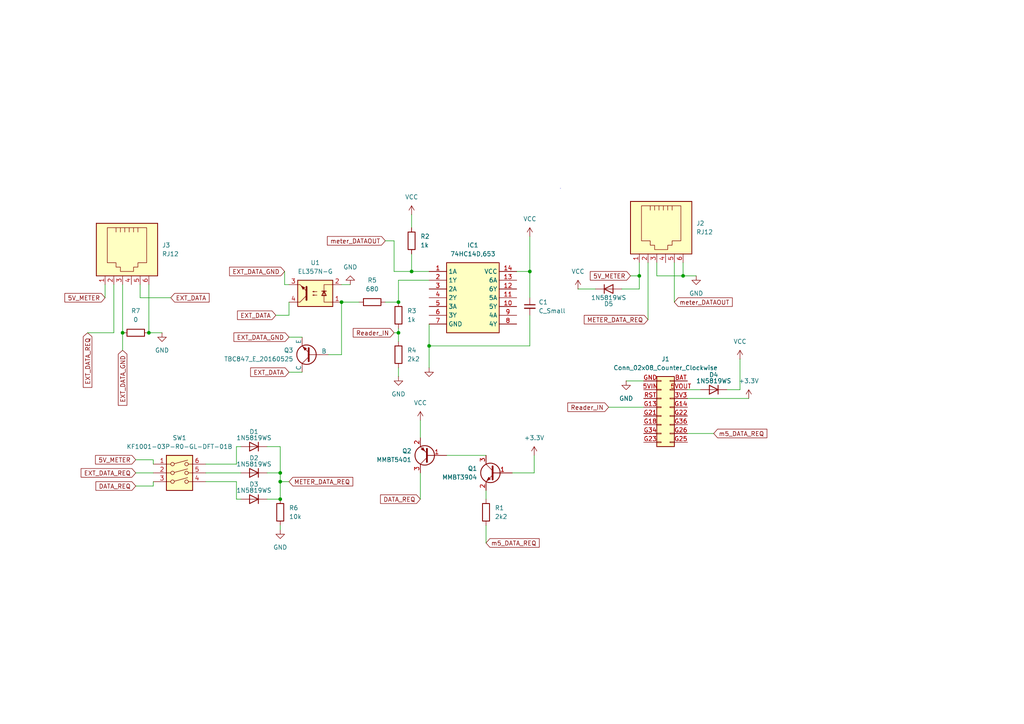
<source format=kicad_sch>
(kicad_sch (version 20231120) (generator "eeschema") (generator_version "8.0")
  (paper "A4")
  (lib_symbols
    (symbol "74HC14D_653:74HC14D,653"
      (property "Reference" "IC" (at 21.59 7.62 0))
      (property "Value" "74HC14D,653" (at 21.59 5.08 0))
      (symbol "74HC14D,653_1_1"
        (rectangle (start 5.08 2.54) (end 20.32 -17.78) (stroke (width 0.254)) (fill (type background)))
        (pin passive line (at 0 0 0) (length 5.08) (name "1A") (number "1"))
        (pin passive line (at 25.4 -10.16 180) (length 5.08) (name "5Y") (number "10"))
        (pin passive line (at 25.4 -7.62 180) (length 5.08) (name "5A") (number "11"))
        (pin passive line (at 25.4 -5.08 180) (length 5.08) (name "6Y") (number "12"))
        (pin passive line (at 25.4 -2.54 180) (length 5.08) (name "6A") (number "13"))
        (pin passive line (at 25.4 0 180) (length 5.08) (name "VCC") (number "14"))
        (pin passive line (at 0 -2.54 0) (length 5.08) (name "1Y") (number "2"))
        (pin passive line (at 0 -5.08 0) (length 5.08) (name "2A") (number "3"))
        (pin passive line (at 0 -7.62 0) (length 5.08) (name "2Y") (number "4"))
        (pin passive line (at 0 -10.16 0) (length 5.08) (name "3A") (number "5"))
        (pin passive line (at 0 -12.7 0) (length 5.08) (name "3Y") (number "6"))
        (pin passive line (at 0 -15.24 0) (length 5.08) (name "GND") (number "7"))
        (pin passive line (at 25.4 -15.24 180) (length 5.08) (name "4Y") (number "8"))
        (pin passive line (at 25.4 -12.7 180) (length 5.08) (name "4A") (number "9"))
      )
    )
    (symbol "Connector:RJ12" (pin_names (offset 1.016))
      (property "Reference" "J" (at -5.08 11.43 0))
      (property "Value" "RJ12" (at 2.54 11.43 0))
      (symbol "RJ12_0_1"
        (polyline (pts (xy -6.35 -1.905) (xy -5.08 -1.905) (xy -5.08 -1.905)))
        (polyline (pts (xy -6.35 -0.635) (xy -5.08 -0.635) (xy -5.08 -0.635)))
        (polyline (pts (xy -6.35 0.635) (xy -5.08 0.635) (xy -5.08 0.635)))
        (polyline (pts (xy -6.35 1.905) (xy -5.08 1.905) (xy -5.08 1.905)))
        (polyline (pts (xy -6.35 3.175) (xy -5.08 3.175) (xy -5.08 3.175)))
        (polyline (pts (xy -5.08 4.445) (xy -6.35 4.445) (xy -6.35 4.445)))
        (polyline (pts (xy -6.35 -4.445) (xy -6.35 6.985) (xy 3.81 6.985) (xy 3.81 4.445) (xy 5.08 4.445) (xy 5.08 3.175) (xy 6.35 3.175) (xy 6.35 -0.635) (xy 5.08 -0.635) (xy 5.08 -1.905) (xy 3.81 -1.905) (xy 3.81 -4.445) (xy -6.35 -4.445) (xy -6.35 -4.445)))
        (rectangle (start 7.62 10.16) (end -7.62 -7.62) (stroke (width 0.254)) (fill (type background)))
      )
      (symbol "RJ12_1_1"
        (pin passive line (at 10.16 -5.08 180) (length 2.54) (name "~") (number "1"))
        (pin passive line (at 10.16 -2.54 180) (length 2.54) (name "~") (number "2"))
        (pin passive line (at 10.16 0 180) (length 2.54) (name "~") (number "3"))
        (pin passive line (at 10.16 2.54 180) (length 2.54) (name "~") (number "4"))
        (pin passive line (at 10.16 5.08 180) (length 2.54) (name "~") (number "5"))
        (pin passive line (at 10.16 7.62 180) (length 2.54) (name "~") (number "6"))
      )
    )
    (symbol "Connector_Generic:Conn_02x08_Counter_Clockwise" (pin_names (offset 1.016) hide)
      (property "Reference" "J1" (at 1.27 13.97 0))
      (property "Value" "Conn_02x08_Counter_Clockwise" (at 1.27 11.43 0))
      (symbol "Conn_02x08_Counter_Clockwise_1_1"
        (rectangle (start -1.27 -10.033) (end 0 -10.287) (stroke (width 0.1524)))
        (rectangle (start -1.27 -7.493) (end 0 -7.747) (stroke (width 0.1524)))
        (rectangle (start -1.27 -4.953) (end 0 -5.207) (stroke (width 0.1524)))
        (rectangle (start -1.27 -2.413) (end 0 -2.667) (stroke (width 0.1524)))
        (rectangle (start -1.27 0.127) (end 0 -0.127) (stroke (width 0.1524)))
        (rectangle (start -1.27 2.667) (end 0 2.413) (stroke (width 0.1524)))
        (rectangle (start -1.27 5.207) (end 0 4.953) (stroke (width 0.1524)))
        (rectangle (start -1.27 7.747) (end 0 7.493) (stroke (width 0.1524)))
        (rectangle (start -1.27 8.89) (end 3.81 -11.43) (stroke (width 0.254)) (fill (type background)))
        (rectangle (start 3.81 -10.033) (end 2.54 -10.287) (stroke (width 0.1524)))
        (rectangle (start 3.81 -7.493) (end 2.54 -7.747) (stroke (width 0.1524)))
        (rectangle (start 3.81 -4.953) (end 2.54 -5.207) (stroke (width 0.1524)))
        (rectangle (start 3.81 -2.413) (end 2.54 -2.667) (stroke (width 0.1524)))
        (rectangle (start 3.81 0.127) (end 2.54 -0.127) (stroke (width 0.1524)))
        (rectangle (start 3.81 2.667) (end 2.54 2.413) (stroke (width 0.1524)))
        (rectangle (start 3.81 5.207) (end 2.54 4.953) (stroke (width 0.1524)))
        (rectangle (start 3.81 7.747) (end 2.54 7.493) (stroke (width 0.1524)))
        (pin passive line (at 7.62 2.54 180) (length 3.81) (name "Pin_14") (number "3V3"))
        (pin passive line (at -5.08 5.08 0) (length 3.81) (name "Pin_2") (number "5VIN"))
        (pin passive line (at 7.62 5.08 180) (length 3.81) (name "Pin_15") (number "5VOUT"))
        (pin passive line (at 7.62 7.62 180) (length 3.81) (name "Pin_16") (number "BAT"))
        (pin passive line (at -5.08 0 0) (length 3.81) (name "Pin_4") (number "G13"))
        (pin passive line (at 7.62 0 180) (length 3.81) (name "Pin_13") (number "G14"))
        (pin passive line (at -5.08 -5.08 0) (length 3.81) (name "Pin_6") (number "G18"))
        (pin passive line (at -5.08 -2.54 0) (length 3.81) (name "Pin_5") (number "G21"))
        (pin passive line (at 7.62 -2.54 180) (length 3.81) (name "Pin_12") (number "G22"))
        (pin passive line (at -5.08 -10.16 0) (length 3.81) (name "Pin_8") (number "G23"))
        (pin passive line (at 7.62 -10.16 180) (length 3.81) (name "Pin_9") (number "G25"))
        (pin passive line (at 7.62 -7.62 180) (length 3.81) (name "Pin_10") (number "G26"))
        (pin passive line (at -5.08 -7.62 0) (length 3.81) (name "Pin_7") (number "G34"))
        (pin passive line (at 7.62 -5.08 180) (length 3.81) (name "Pin_11") (number "G36"))
        (pin passive line (at -5.08 7.62 0) (length 3.81) (name "Pin_1") (number "GND"))
        (pin passive line (at -5.08 2.54 0) (length 3.81) (name "Pin_3") (number "RST"))
      )
    )
    (symbol "Device:C_Small" (pin_numbers hide) (pin_names (offset 0.254) hide)
      (property "Reference" "C" (at 0.254 1.778 0))
      (property "Value" "C_Small" (at 0.254 -2.032 0))
      (symbol "C_Small_0_1"
        (polyline (pts (xy -1.524 -0.508) (xy 1.524 -0.508)) (stroke (width 0.3302)))
        (polyline (pts (xy -1.524 0.508) (xy 1.524 0.508)) (stroke (width 0.3048)))
      )
      (symbol "C_Small_1_1"
        (pin passive line (at 0 2.54 270) (length 2.032) (name "~") (number "1"))
        (pin passive line (at 0 -2.54 90) (length 2.032) (name "~") (number "2"))
      )
    )
    (symbol "Device:R" (pin_numbers hide) (pin_names (offset 0))
      (property "Reference" "R" (at 2.032 0 90))
      (property "Value" "R" (at 0 0 90))
      (symbol "R_0_1"
        (rectangle (start -1.016 -2.54) (end 1.016 2.54) (stroke (width 0.254)))
      )
      (symbol "R_1_1"
        (pin passive line (at 0 3.81 270) (length 1.27) (name "~") (number "1"))
        (pin passive line (at 0 -3.81 90) (length 1.27) (name "~") (number "2"))
      )
    )
    (symbol "Diode:1N4148WT" (pin_numbers hide) (pin_names hide)
      (property "Reference" "D" (at 0 2.54 0))
      (property "Value" "1N4148WT" (at 0 -2.54 0))
      (symbol "1N4148WT_0_1"
        (polyline (pts (xy -1.27 1.27) (xy -1.27 -1.27)) (stroke (width 0.254)))
        (polyline (pts (xy 1.27 0) (xy -1.27 0)))
        (polyline (pts (xy 1.27 1.27) (xy 1.27 -1.27) (xy -1.27 0) (xy 1.27 1.27)) (stroke (width 0.254)))
      )
      (symbol "1N4148WT_1_1"
        (pin passive line (at -3.81 0 0) (length 2.54) (name "K") (number "1"))
        (pin passive line (at 3.81 0 180) (length 2.54) (name "A") (number "2"))
      )
    )
    (symbol "Isolator:EL817" (pin_names (offset 1.016))
      (property "Reference" "U" (at -5.08 5.08 0))
      (property "Value" "EL817" (at 0 5.08 0))
      (symbol "EL817_0_1"
        (rectangle (start -5.08 3.81) (end 5.08 -3.81) (stroke (width 0.254)) (fill (type background)))
        (polyline (pts (xy -3.175 -0.635) (xy -1.905 -0.635)) (stroke (width 0.254)))
        (polyline (pts (xy 2.54 0.635) (xy 4.445 2.54)))
        (polyline (pts (xy 4.445 -2.54) (xy 2.54 -0.635)) (fill (type outline)))
        (polyline (pts (xy 4.445 -2.54) (xy 5.08 -2.54)))
        (polyline (pts (xy 4.445 2.54) (xy 5.08 2.54)))
        (polyline (pts (xy -5.08 2.54) (xy -2.54 2.54) (xy -2.54 -0.635)))
        (polyline (pts (xy -2.54 -0.635) (xy -2.54 -2.54) (xy -5.08 -2.54)))
        (polyline (pts (xy 2.54 1.905) (xy 2.54 -1.905) (xy 2.54 -1.905)) (stroke (width 0.508)))
        (polyline (pts (xy -2.54 -0.635) (xy -3.175 0.635) (xy -1.905 0.635) (xy -2.54 -0.635)) (stroke (width 0.254)))
        (polyline (pts (xy -0.508 -0.508) (xy 0.762 -0.508) (xy 0.381 -0.635) (xy 0.381 -0.381) (xy 0.762 -0.508)))
        (polyline (pts (xy -0.508 0.508) (xy 0.762 0.508) (xy 0.381 0.381) (xy 0.381 0.635) (xy 0.762 0.508)))
        (polyline (pts (xy 3.048 -1.651) (xy 3.556 -1.143) (xy 4.064 -2.159) (xy 3.048 -1.651) (xy 3.048 -1.651)) (fill (type outline)))
      )
      (symbol "EL817_1_1"
        (pin passive line (at -7.62 2.54 0) (length 2.54) (name "~") (number "1"))
        (pin passive line (at -7.62 -2.54 0) (length 2.54) (name "~") (number "2"))
        (pin passive line (at 7.62 -2.54 180) (length 2.54) (name "~") (number "3"))
        (pin passive line (at 7.62 2.54 180) (length 2.54) (name "~") (number "4"))
      )
    )
    (symbol "Simulation_SPICE:NPN" (pin_numbers hide) (pin_names (offset 0))
      (property "Reference" "Q" (at -2.54 7.62 0))
      (property "Value" "NPN" (at -2.54 5.08 0))
      (symbol "NPN_0_1"
        (polyline (pts (xy -2.54 0) (xy 0.635 0)) (stroke (width 0.1524)))
        (polyline (pts (xy 0.635 0.635) (xy 2.54 2.54)))
        (polyline (pts (xy 2.794 -1.27) (xy 2.794 -1.27)) (stroke (width 0.1524)))
        (polyline (pts (xy 2.794 -1.27) (xy 2.794 -1.27)) (stroke (width 0.1524)))
        (polyline (pts (xy 0.635 -0.635) (xy 2.54 -2.54) (xy 2.54 -2.54)))
        (polyline (pts (xy 0.635 1.905) (xy 0.635 -1.905) (xy 0.635 -1.905)) (stroke (width 0.508)))
        (polyline (pts (xy 1.27 -1.778) (xy 1.778 -1.27) (xy 2.286 -2.286) (xy 1.27 -1.778) (xy 1.27 -1.778)) (fill (type outline)))
        (circle (center 1.27 0) (radius 2.8194) (stroke (width 0.254)))
      )
      (symbol "NPN_1_1"
        (pin open_collector line (at 2.54 5.08 270) (length 2.54) (name "C") (number "1"))
        (pin input line (at -5.08 0 0) (length 2.54) (name "B") (number "2"))
        (pin open_emitter line (at 2.54 -5.08 90) (length 2.54) (name "E") (number "3"))
      )
    )
    (symbol "Switch:SW_DIP_x03" (pin_names (offset 0) hide)
      (property "Reference" "SW" (at 0 6.35 0))
      (property "Value" "SW_DIP_x03" (at 0 -6.35 0))
      (symbol "SW_DIP_x03_0_0"
        (circle (center -2.032 -2.54) (radius 0.508))
        (circle (center -2.032 0) (radius 0.508))
        (circle (center -2.032 2.54) (radius 0.508))
        (polyline (pts (xy -1.524 -2.413) (xy 2.3622 -1.3716)))
        (polyline (pts (xy -1.524 0.127) (xy 2.3622 1.1684)))
        (polyline (pts (xy -1.524 2.667) (xy 2.3622 3.7084)))
        (circle (center 2.032 -2.54) (radius 0.508))
        (circle (center 2.032 0) (radius 0.508))
        (circle (center 2.032 2.54) (radius 0.508))
      )
      (symbol "SW_DIP_x03_0_1"
        (rectangle (start -3.81 5.08) (end 3.81 -5.08) (stroke (width 0.254)) (fill (type background)))
      )
      (symbol "SW_DIP_x03_1_1"
        (pin passive line (at -7.62 2.54 0) (length 5.08) (name "~") (number "1"))
        (pin passive line (at -7.62 0 0) (length 5.08) (name "~") (number "2"))
        (pin passive line (at -7.62 -2.54 0) (length 5.08) (name "~") (number "3"))
        (pin passive line (at 7.62 -2.54 180) (length 5.08) (name "~") (number "4"))
        (pin passive line (at 7.62 0 180) (length 5.08) (name "~") (number "5"))
        (pin passive line (at 7.62 2.54 180) (length 5.08) (name "~") (number "6"))
      )
    )
    (symbol "Transistor_BJT:BC807" (pin_names (offset 0) hide)
      (property "Reference" "Q" (at 5.08 1.905 0))
      (property "Value" "BC807" (at 5.08 0 0))
      (symbol "BC807_0_1"
        (polyline (pts (xy 0.635 0.635) (xy 2.54 2.54)))
        (polyline (pts (xy 0.635 -0.635) (xy 2.54 -2.54) (xy 2.54 -2.54)))
        (polyline (pts (xy 0.635 1.905) (xy 0.635 -1.905) (xy 0.635 -1.905)) (stroke (width 0.508)))
        (polyline (pts (xy 2.286 -1.778) (xy 1.778 -2.286) (xy 1.27 -1.27) (xy 2.286 -1.778) (xy 2.286 -1.778)) (fill (type outline)))
        (circle (center 1.27 0) (radius 2.8194) (stroke (width 0.254)))
      )
      (symbol "BC807_1_1"
        (pin input line (at -5.08 0 0) (length 5.715) (name "B") (number "1"))
        (pin passive line (at 2.54 -5.08 90) (length 2.54) (name "E") (number "2"))
        (pin passive line (at 2.54 5.08 270) (length 2.54) (name "C") (number "3"))
      )
    )
    (symbol "Transistor_BJT:MMBT3904" (pin_names (offset 0) hide)
      (property "Reference" "Q" (at 5.08 1.905 0))
      (property "Value" "MMBT3904" (at 5.08 0 0))
      (symbol "MMBT3904_0_1"
        (polyline (pts (xy 0.635 0.635) (xy 2.54 2.54)))
        (polyline (pts (xy 0.635 -0.635) (xy 2.54 -2.54) (xy 2.54 -2.54)))
        (polyline (pts (xy 0.635 1.905) (xy 0.635 -1.905) (xy 0.635 -1.905)) (stroke (width 0.508)))
        (polyline (pts (xy 1.27 -1.778) (xy 1.778 -1.27) (xy 2.286 -2.286) (xy 1.27 -1.778) (xy 1.27 -1.778)) (fill (type outline)))
        (circle (center 1.27 0) (radius 2.8194) (stroke (width 0.254)))
      )
      (symbol "MMBT3904_1_1"
        (pin input line (at -5.08 0 0) (length 5.715) (name "B") (number "1"))
        (pin passive line (at 2.54 -5.08 90) (length 2.54) (name "E") (number "2"))
        (pin passive line (at 2.54 5.08 270) (length 2.54) (name "C") (number "3"))
      )
    )
    (symbol "power:+3.3V" (power) (pin_numbers hide) (pin_names (offset 0) hide)
      (property "Value" "+3.3V" (at 0 3.556 0))
      (symbol "+3.3V_0_1"
        (polyline (pts (xy -0.762 1.27) (xy 0 2.54)))
        (polyline (pts (xy 0 0) (xy 0 2.54)))
        (polyline (pts (xy 0 2.54) (xy 0.762 1.27)))
      )
      (symbol "+3.3V_1_1"
        (pin power_in line (at 0 0 90) (length 0) (name "~") (number "1"))
      )
    )
    (symbol "power:GND" (power) (pin_numbers hide) (pin_names (offset 0) hide)
      (property "Value" "GND" (at 0 -3.81 0))
      (symbol "GND_0_1"
        (polyline (pts (xy 0 0) (xy 0 -1.27) (xy 1.27 -1.27) (xy 0 -2.54) (xy -1.27 -1.27) (xy 0 -1.27)))
      )
      (symbol "GND_1_1"
        (pin power_in line (at 0 0 270) (length 0) (name "~") (number "1"))
      )
    )
    (symbol "power:VCC" (power) (pin_numbers hide) (pin_names (offset 0) hide)
      (property "Value" "VCC" (at 0 3.556 0))
      (symbol "VCC_0_1"
        (polyline (pts (xy -0.762 1.27) (xy 0 2.54)))
        (polyline (pts (xy 0 0) (xy 0 2.54)))
        (polyline (pts (xy 0 2.54) (xy 0.762 1.27)))
      )
      (symbol "VCC_1_1"
        (pin power_in line (at 0 0 90) (length 0) (name "~") (number "1"))
      )
    )
  )
  (junction (at 115.57 96.52))
  (junction (at 81.28 144.78))
  (junction (at 99.06 87.63))
  (junction (at 119.38 78.74))
  (junction (at 185.42 80.01))
  (junction (at 81.28 137.16))
  (junction (at 153.67 78.74))
  (junction (at 35.56 96.52))
  (junction (at 124.46 100.33))
  (junction (at 115.57 87.63))
  (junction (at 81.28 139.7))
  (junction (at 198.12 80.01))
  (junction (at 43.18 96.52))
  (wire (pts (xy 68.58 129.54) (xy 68.58 134.62)))
  (wire (pts (xy 81.28 152.4) (xy 81.28 153.67)))
  (wire (pts (xy 46.99 96.52) (xy 43.18 96.52)))
  (wire (pts (xy 49.53 86.36) (xy 40.64 86.36)))
  (wire (pts (xy 83.82 82.55) (xy 82.55 82.55)))
  (wire (pts (xy 101.6 82.55) (xy 99.06 82.55)))
  (wire (pts (xy 80.01 91.44) (xy 83.82 91.44)))
  (wire (pts (xy 121.92 137.16) (xy 121.92 144.78)))
  (wire (pts (xy 25.4 96.52) (xy 33.02 96.52)))
  (wire (pts (xy 81.28 139.7) (xy 81.28 144.78)))
  (wire (pts (xy 187.96 76.2) (xy 187.96 92.71)))
  (wire (pts (xy 154.94 137.16) (xy 148.59 137.16)))
  (wire (pts (xy 115.57 81.28) (xy 115.57 87.63)))
  (wire (pts (xy 39.37 137.16) (xy 44.45 137.16)))
  (wire (pts (xy 59.69 137.16) (xy 69.85 137.16)))
  (wire (pts (xy 190.5 80.01) (xy 198.12 80.01)))
  (wire (pts (xy 153.67 68.58) (xy 153.67 78.74)))
  (wire (pts (xy 35.56 96.52) (xy 35.56 101.6)))
  (wire (pts (xy 81.28 139.7) (xy 83.82 139.7)))
  (wire (pts (xy 44.45 133.35) (xy 44.45 134.62)))
  (wire (pts (xy 115.57 95.25) (xy 115.57 96.52)))
  (wire (pts (xy 35.56 82.55) (xy 35.56 96.52)))
  (wire (pts (xy 115.57 99.06) (xy 115.57 96.52)))
  (wire (pts (xy 43.18 82.55) (xy 43.18 96.52)))
  (wire (pts (xy 44.45 140.97) (xy 44.45 139.7)))
  (wire (pts (xy 153.67 100.33) (xy 124.46 100.33)))
  (wire (pts (xy 119.38 78.74) (xy 124.46 78.74)))
  (wire (pts (xy 214.63 104.14) (xy 214.63 113.03)))
  (wire (pts (xy 176.53 118.11) (xy 186.69 118.11)))
  (wire (pts (xy 59.69 139.7) (xy 68.58 139.7)))
  (wire (pts (xy 40.64 86.36) (xy 40.64 82.55)))
  (wire (pts (xy 119.38 62.23) (xy 119.38 66.04)))
  (wire (pts (xy 81.28 137.16) (xy 81.28 139.7)))
  (wire (pts (xy 77.47 137.16) (xy 81.28 137.16)))
  (wire (pts (xy 124.46 93.98) (xy 124.46 100.33)))
  (wire (pts (xy 140.97 152.4) (xy 140.97 157.48)))
  (wire (pts (xy 198.12 80.01) (xy 201.93 80.01)))
  (wire (pts (xy 114.3 78.74) (xy 119.38 78.74)))
  (wire (pts (xy 81.28 129.54) (xy 81.28 137.16)))
  (wire (pts (xy 185.42 80.01) (xy 185.42 76.2)))
  (wire (pts (xy 167.64 83.82) (xy 172.72 83.82)))
  (wire (pts (xy 214.63 113.03) (xy 210.82 113.03)))
  (wire (pts (xy 119.38 73.66) (xy 119.38 78.74)))
  (wire (pts (xy 153.67 91.44) (xy 153.67 100.33)))
  (wire (pts (xy 199.39 125.73) (xy 207.01 125.73)))
  (wire (pts (xy 68.58 134.62) (xy 59.69 134.62)))
  (wire (pts (xy 190.5 76.2) (xy 190.5 80.01)))
  (wire (pts (xy 114.3 69.85) (xy 114.3 78.74)))
  (wire (pts (xy 153.67 78.74) (xy 149.86 78.74)))
  (wire (pts (xy 217.17 115.57) (xy 199.39 115.57)))
  (wire (pts (xy 104.14 87.63) (xy 99.06 87.63)))
  (wire (pts (xy 81.28 129.54) (xy 77.47 129.54)))
  (polyline (pts (xy 162.56 54.61) (xy 162.56 54.61)))
  (wire (pts (xy 153.67 78.74) (xy 153.67 86.36)))
  (wire (pts (xy 182.88 80.01) (xy 185.42 80.01)))
  (wire (pts (xy 83.82 91.44) (xy 83.82 87.63)))
  (wire (pts (xy 154.94 132.08) (xy 154.94 137.16)))
  (wire (pts (xy 195.58 76.2) (xy 195.58 87.63)))
  (wire (pts (xy 87.63 107.95) (xy 83.82 107.95)))
  (wire (pts (xy 39.37 140.97) (xy 44.45 140.97)))
  (wire (pts (xy 39.37 133.35) (xy 44.45 133.35)))
  (wire (pts (xy 68.58 144.78) (xy 68.58 139.7)))
  (wire (pts (xy 30.48 86.36) (xy 30.48 82.55)))
  (wire (pts (xy 95.25 102.87) (xy 99.06 102.87)))
  (wire (pts (xy 82.55 82.55) (xy 82.55 78.74)))
  (wire (pts (xy 114.3 96.52) (xy 115.57 96.52)))
  (wire (pts (xy 33.02 82.55) (xy 33.02 96.52)))
  (wire (pts (xy 111.76 87.63) (xy 115.57 87.63)))
  (wire (pts (xy 83.82 97.79) (xy 87.63 97.79)))
  (wire (pts (xy 203.2 113.03) (xy 199.39 113.03)))
  (wire (pts (xy 115.57 106.68) (xy 115.57 109.22)))
  (wire (pts (xy 181.61 110.49) (xy 186.69 110.49)))
  (wire (pts (xy 198.12 80.01) (xy 198.12 76.2)))
  (wire (pts (xy 77.47 144.78) (xy 81.28 144.78)))
  (wire (pts (xy 185.42 80.01) (xy 185.42 83.82)))
  (wire (pts (xy 140.97 142.24) (xy 140.97 144.78)))
  (wire (pts (xy 129.54 132.08) (xy 140.97 132.08)))
  (wire (pts (xy 124.46 100.33) (xy 124.46 106.68)))
  (wire (pts (xy 68.58 144.78) (xy 69.85 144.78)))
  (wire (pts (xy 115.57 81.28) (xy 124.46 81.28)))
  (wire (pts (xy 180.34 83.82) (xy 185.42 83.82)))
  (wire (pts (xy 111.76 69.85) (xy 114.3 69.85)))
  (wire (pts (xy 68.58 129.54) (xy 69.85 129.54)))
  (wire (pts (xy 99.06 87.63) (xy 99.06 102.87)))
  (wire (pts (xy 121.92 121.92) (xy 121.92 127)))
  (global_label "METER_DATA_REQ" (shape input) (at 187.96 92.71 180) (property "Intersheetrefs" "${INTERSHEET_REFS}" (effects (hide yes))))
  (global_label "METER_DATA_REQ" (shape input) (at 83.82 139.7 0) (property "Intersheetrefs" "${INTERSHEET_REFS}" (effects (hide yes))))
  (global_label "DATA_REQ" (shape input) (at 39.37 140.97 180) (property "Intersheetrefs" "${INTERSHEET_REFS}" (effects (hide yes))))
  (global_label "5V_METER" (shape input) (at 39.37 133.35 180) (property "Intersheetrefs" "${INTERSHEET_REFS}" (effects (hide yes))))
  (global_label "EXT_DATA" (shape input) (at 83.82 107.95 180) (property "Intersheetrefs" "${INTERSHEET_REFS}" (effects (hide yes))))
  (global_label "EXT_DATA_REQ" (shape input) (at 25.4 96.52 270) (property "Intersheetrefs" "${INTERSHEET_REFS}" (effects (hide yes))))
  (global_label "meter_DATAOUT" (shape input) (at 111.76 69.85 180) (property "Intersheetrefs" "${INTERSHEET_REFS}" (effects (hide yes))))
  (global_label "meter_DATAOUT" (shape input) (at 195.58 87.63 0) (property "Intersheetrefs" "${INTERSHEET_REFS}" (effects (hide yes))))
  (global_label "5V_METER" (shape input) (at 30.48 86.36 180) (property "Intersheetrefs" "${INTERSHEET_REFS}" (effects (hide yes))))
  (global_label "EXT_DATA_GND" (shape input) (at 83.82 97.79 180) (property "Intersheetrefs" "${INTERSHEET_REFS}" (effects (hide yes))))
  (global_label "EXT_DATA_GND" (shape input) (at 82.55 78.74 180) (property "Intersheetrefs" "${INTERSHEET_REFS}" (effects (hide yes))))
  (global_label "EXT_DATA_REQ" (shape input) (at 39.37 137.16 180) (property "Intersheetrefs" "${INTERSHEET_REFS}" (effects (hide yes))))
  (global_label "5V_METER" (shape input) (at 182.88 80.01 180) (property "Intersheetrefs" "${INTERSHEET_REFS}" (effects (hide yes))))
  (global_label "EXT_DATA_GND" (shape input) (at 35.56 101.6 270) (property "Intersheetrefs" "${INTERSHEET_REFS}" (effects (hide yes))))
  (global_label "m5_DATA_REQ" (shape input) (at 207.01 125.73 0) (property "Intersheetrefs" "${INTERSHEET_REFS}" (effects (hide yes))))
  (global_label "Reader_IN" (shape input) (at 176.53 118.11 180) (property "Intersheetrefs" "${INTERSHEET_REFS}" (effects (hide yes))))
  (global_label "DATA_REQ" (shape input) (at 121.92 144.78 180) (property "Intersheetrefs" "${INTERSHEET_REFS}" (effects (hide yes))))
  (global_label "EXT_DATA" (shape input) (at 49.53 86.36 0) (property "Intersheetrefs" "${INTERSHEET_REFS}" (effects (hide yes))))
  (global_label "m5_DATA_REQ" (shape input) (at 140.97 157.48 0) (property "Intersheetrefs" "${INTERSHEET_REFS}" (effects (hide yes))))
  (global_label "Reader_IN" (shape input) (at 114.3 96.52 180) (property "Intersheetrefs" "${INTERSHEET_REFS}" (effects (hide yes))))
  (global_label "EXT_DATA" (shape input) (at 80.01 91.44 180) (property "Intersheetrefs" "${INTERSHEET_REFS}" (effects (hide yes))))
  (symbol (lib_id "power:GND") (at 46.99 96.52 0) (unit 1)
    (property "Reference" "#PWR06" (effects (hide yes)))
    (property "Value" "GND" (at 46.99 101.6 0))
    (property "Description" "Power symbol creates a global label with name \"GND\" , ground" (effects (hide yes)))
  )
  (symbol (lib_id "Diode:1N4148WT") (at 73.66 137.16 180) (unit 1)
    (property "Reference" "D2" (at 73.66 132.842 0))
    (property "Value" "1N5819WS" (at 73.66 134.62 0))
    (property "Footprint" "Diode_SMD:D_SOD-323" (effects (hide yes)))
    (property "Datasheet" "https://www.diodes.com/assets/Datasheets/ds30396.pdf" (effects (hide yes)))
    (property "Description" "75V 0.15A Fast switching Diode, SOD-523" (effects (hide yes)))
    (property "Sim.Device" "D" (effects (hide yes)))
    (property "Sim.Pins" "1=K 2=A" (effects (hide yes)))
  )
  (symbol (lib_id "power:VCC") (at 214.63 104.14 0) (unit 1)
    (property "Reference" "#PWR013" (effects (hide yes)))
    (property "Value" "VCC" (at 214.63 99.06 0))
    (property "Description" "Power symbol creates a global label with name \"VCC\"" (effects (hide yes)))
  )
  (symbol (lib_id "Connector:RJ12") (at 190.5 66.04 270) (unit 1)
    (property "Reference" "J2" (at 201.93 64.7699 90) (effects (justify left)))
    (property "Value" "RJ12" (at 201.93 67.3099 90) (effects (justify left)))
    (property "Footprint" "Connector_RJ:RJ25_Wayconn_MJEA-660X1_Horizontal" (effects (hide yes)))
    (property "Description" "RJ connector, 6P6C (6 positions 6 connected)" (effects (hide yes)))
  )
  (symbol (lib_id "power:VCC") (at 167.64 83.82 0) (unit 1)
    (property "Reference" "#PWR09" (effects (hide yes)))
    (property "Value" "VCC" (at 167.64 78.74 0))
    (property "Description" "Power symbol creates a global label with name \"VCC\"" (effects (hide yes)))
  )
  (symbol (lib_id "power:+3.3V") (at 154.94 132.08 0) (unit 1)
    (property "Reference" "#PWR01" (effects (hide yes)))
    (property "Value" "+3.3V" (at 154.94 127 0))
    (property "Description" "Power symbol creates a global label with name \"+3.3V\"" (effects (hide yes)))
  )
  (symbol (lib_id "Connector_Generic:Conn_02x08_Counter_Clockwise") (at 191.77 118.11 0) (unit 1)
    (property "Reference" "J1" (at 193.04 104.14 0))
    (property "Value" "Conn_02x08_Counter_Clockwise" (at 193.04 106.68 0))
    (property "Footprint" "Connector_PinHeader_2.54mm:PinHeader_2x08_P2.54mm_Vertical" (effects (hide yes)))
    (property "Description" "Generic connector, double row, 02x08, counter clockwise pin numbering scheme (similar to DIP package numbering), script generated (kicad-library-utils/schlib/autogen/connector/)" (effects (hide yes)))
  )
  (symbol (lib_id "Device:R") (at 115.57 102.87 0) (unit 1)
    (property "Reference" "R4" (at 118.11 101.5999 0) (effects (justify left)))
    (property "Value" "2k2" (at 118.11 104.1399 0) (effects (justify left)))
    (property "Footprint" "Resistor_SMD:R_0805_2012Metric" (effects (hide yes)))
    (property "Description" "Resistor" (effects (hide yes)))
  )
  (symbol (lib_id "power:VCC") (at 119.38 62.23 0) (unit 1)
    (property "Reference" "#PWR03" (effects (hide yes)))
    (property "Value" "VCC" (at 119.38 57.15 0))
    (property "Description" "Power symbol creates a global label with name \"VCC\"" (effects (hide yes)))
  )
  (symbol (lib_id "Isolator:EL817") (at 91.44 85.09 180) (unit 1)
    (property "Reference" "U1" (at 91.44 76.2 0))
    (property "Value" "EL357N-G" (at 91.44 78.74 0))
    (property "Footprint" "Package_SO:SOP-4_3.8x4.1mm_P2.54mm" (effects (hide yes)))
    (property "Datasheet" "http://www.everlight.com/file/ProductFile/EL817.pdf" (effects (hide yes)))
    (property "Description" "DC Optocoupler, Vce 35V, DIP-4" (effects (hide yes)))
  )
  (symbol (lib_id "Transistor_BJT:BC807") (at 124.46 132.08 180) (unit 1)
    (property "Reference" "Q2" (at 119.38 130.8099 0) (effects (justify left)))
    (property "Value" "MMBT5401" (at 119.38 133.3499 0) (effects (justify left)))
    (property "Footprint" "Package_TO_SOT_SMD:SOT-23" (effects (hide yes)))
    (property "Datasheet" "https://www.onsemi.com/pub/Collateral/BC808-D.pdf" (effects (hide yes)))
    (property "Description" "0.8A Ic, 45V Vce, PNP Transistor, SOT-23" (effects (hide yes)))
  )
  (symbol (lib_id "Switch:SW_DIP_x03") (at 52.07 137.16 0) (unit 1)
    (property "Reference" "SW1" (at 52.07 127 0))
    (property "Value" "KF1001-03P-R0-GL-DFT-01B" (at 52.07 129.54 0))
    (property "Footprint" "Package_DIP:DIP-6_W7.62mm_Socket" (effects (hide yes)))
    (property "Description" "3x DIP Switch, Single Pole Single Throw (SPST) switch, small symbol" (effects (hide yes)))
  )
  (symbol (lib_id "Device:R") (at 115.57 91.44 0) (unit 1)
    (property "Reference" "R3" (at 118.11 90.1699 0) (effects (justify left)))
    (property "Value" "1k" (at 118.11 92.7099 0) (effects (justify left)))
    (property "Footprint" "Resistor_SMD:R_0805_2012Metric" (effects (hide yes)))
    (property "Description" "Resistor" (effects (hide yes)))
  )
  (symbol (lib_id "Device:R") (at 81.28 148.59 180) (unit 1)
    (property "Reference" "R6" (at 83.82 147.3199 0) (effects (justify right)))
    (property "Value" "10k" (at 83.82 149.8599 0) (effects (justify right)))
    (property "Footprint" "Resistor_SMD:R_0805_2012Metric" (effects (hide yes)))
    (property "Description" "Resistor" (effects (hide yes)))
  )
  (symbol (lib_id "power:+3.3V") (at 217.17 115.57 0) (unit 1)
    (property "Reference" "#PWR014" (effects (hide yes)))
    (property "Value" "+3.3V" (at 217.17 110.49 0))
    (property "Description" "Power symbol creates a global label with name \"+3.3V\"" (effects (hide yes)))
  )
  (symbol (lib_id "power:GND") (at 101.6 82.55 180) (unit 1)
    (property "Reference" "#PWR04" (effects (hide yes)))
    (property "Value" "GND" (at 101.6 77.47 0))
    (property "Description" "Power symbol creates a global label with name \"GND\" , ground" (effects (hide yes)))
  )
  (symbol (lib_id "power:VCC") (at 153.67 68.58 0) (unit 1)
    (property "Reference" "#PWR010" (effects (hide yes)))
    (property "Value" "VCC" (at 153.67 63.5 0))
    (property "Description" "Power symbol creates a global label with name \"VCC\"" (effects (hide yes)))
  )
  (symbol (lib_id "power:GND") (at 115.57 109.22 0) (unit 1)
    (property "Reference" "#PWR08" (effects (hide yes)))
    (property "Value" "GND" (at 115.57 114.3 0))
    (property "Description" "Power symbol creates a global label with name \"GND\" , ground" (effects (hide yes)))
  )
  (symbol (lib_id "Diode:1N4148WT") (at 207.01 113.03 180) (unit 1)
    (property "Reference" "D4" (at 207.01 108.712 0))
    (property "Value" "1N5819WS" (at 207.01 110.49 0))
    (property "Footprint" "Diode_SMD:D_SOD-323" (effects (hide yes)))
    (property "Datasheet" "https://www.diodes.com/assets/Datasheets/ds30396.pdf" (effects (hide yes)))
    (property "Description" "75V 0.15A Fast switching Diode, SOD-523" (effects (hide yes)))
    (property "Sim.Device" "D" (effects (hide yes)))
    (property "Sim.Pins" "1=K 2=A" (effects (hide yes)))
  )
  (symbol (lib_id "Connector:RJ12") (at 35.56 72.39 270) (unit 1)
    (property "Reference" "J3" (at 46.99 71.1199 90) (effects (justify left)))
    (property "Value" "RJ12" (at 46.99 73.6599 90) (effects (justify left)))
    (property "Footprint" "Connector_RJ:RJ25_Wayconn_MJEA-660X1_Horizontal" (effects (hide yes)))
    (property "Description" "RJ connector, 6P6C (6 positions 6 connected)" (effects (hide yes)))
  )
  (symbol (lib_id "power:VCC") (at 121.92 121.92 0) (unit 1)
    (property "Reference" "#PWR02" (effects (hide yes)))
    (property "Value" "VCC" (at 121.92 116.84 0))
    (property "Description" "Power symbol creates a global label with name \"VCC\"" (effects (hide yes)))
  )
  (symbol (lib_id "power:GND") (at 124.46 106.68 0) (unit 1)
    (property "Reference" "#PWR05" (effects (hide yes)))
    (property "Value" "GND" (effects (hide yes)))
    (property "Description" "Power symbol creates a global label with name \"GND\" , ground" (effects (hide yes)))
  )
  (symbol (lib_id "power:GND") (at 81.28 153.67 0) (unit 1)
    (property "Reference" "#PWR07" (effects (hide yes)))
    (property "Value" "GND" (at 81.28 158.75 0))
    (property "Description" "Power symbol creates a global label with name \"GND\" , ground" (effects (hide yes)))
  )
  (symbol (lib_id "Diode:1N4148WT") (at 73.66 144.78 180) (unit 1)
    (property "Reference" "D3" (at 73.66 140.462 0))
    (property "Value" "1N5819WS" (at 73.66 142.24 0))
    (property "Footprint" "Diode_SMD:D_SOD-323" (effects (hide yes)))
    (property "Datasheet" "https://www.diodes.com/assets/Datasheets/ds30396.pdf" (effects (hide yes)))
    (property "Description" "75V 0.15A Fast switching Diode, SOD-523" (effects (hide yes)))
    (property "Sim.Device" "D" (effects (hide yes)))
    (property "Sim.Pins" "1=K 2=A" (effects (hide yes)))
  )
  (symbol (lib_id "Device:R") (at 140.97 148.59 0) (unit 1)
    (property "Reference" "R1" (at 143.51 147.3199 0) (effects (justify left)))
    (property "Value" "2k2" (at 143.51 149.8599 0) (effects (justify left)))
    (property "Footprint" "Resistor_SMD:R_0805_2012Metric" (effects (hide yes)))
    (property "Description" "Resistor" (effects (hide yes)))
  )
  (symbol (lib_id "Diode:1N4148WT") (at 73.66 129.54 180) (unit 1)
    (property "Reference" "D1" (at 73.66 125.222 0))
    (property "Value" "1N5819WS" (at 73.66 127 0))
    (property "Footprint" "Diode_SMD:D_SOD-323" (effects (hide yes)))
    (property "Datasheet" "https://www.diodes.com/assets/Datasheets/ds30396.pdf" (effects (hide yes)))
    (property "Description" "75V 0.15A Fast switching Diode, SOD-523" (effects (hide yes)))
    (property "Sim.Device" "D" (effects (hide yes)))
    (property "Sim.Pins" "1=K 2=A" (effects (hide yes)))
  )
  (symbol (lib_id "Device:R") (at 119.38 69.85 0) (unit 1)
    (property "Reference" "R2" (at 121.92 68.5799 0) (effects (justify left)))
    (property "Value" "1k" (at 121.92 71.1199 0) (effects (justify left)))
    (property "Footprint" "Resistor_SMD:R_0805_2012Metric" (effects (hide yes)))
    (property "Description" "Resistor" (effects (hide yes)))
  )
  (symbol (lib_id "74HC14D_653:74HC14D,653") (at 124.46 78.74 0) (unit 1)
    (property "Reference" "IC1" (at 137.16 71.12 0))
    (property "Value" "74HC14D,653" (at 137.16 73.66 0))
    (property "Footprint" "KiCad:SOIC127P600X175-14N" (effects (hide yes)))
    (property "Datasheet" "https://assets.nexperia.com/documents/data-sheet/74HC_HCT14.pdf" (effects (hide yes)))
    (property "Description" "NEXPERIA - 74HC14D,653 - INVERTING SCHMITT TRIGGER, HEX, SOIC-14" (effects (hide yes)))
    (property "Height" "1.75" (effects (hide yes)))
    (property "Mouser Part Number" "771-74HC14D-T" (effects (hide yes)))
    (property "Mouser Price/Stock" "https://www.mouser.co.uk/ProductDetail/Nexperia/74HC14D653?qs=P62ublwmbi8OHaKXqv2GmQ%3D%3D" (effects (hide yes)))
    (property "Manufacturer_Name" "Nexperia" (effects (hide yes)))
    (property "Manufacturer_Part_Number" "74HC14D,653" (effects (hide yes)))
  )
  (symbol (lib_id "Device:C_Small") (at 153.67 88.9 0) (unit 1)
    (property "Reference" "C1" (at 156.21 87.6362 0) (effects (justify left)))
    (property "Value" "C_Small" (at 156.21 90.1762 0) (effects (justify left)))
    (property "Footprint" "Capacitor_SMD:C_0805_2012Metric" (effects (hide yes)))
    (property "Description" "Unpolarized capacitor, small symbol" (effects (hide yes)))
  )
  (symbol (lib_id "Diode:1N4148WT") (at 176.53 83.82 0) (unit 1)
    (property "Reference" "D5" (at 176.53 88.138 0))
    (property "Value" "1N5819WS" (at 176.53 86.36 0))
    (property "Footprint" "Diode_SMD:D_SOD-323" (effects (hide yes)))
    (property "Datasheet" "https://www.diodes.com/assets/Datasheets/ds30396.pdf" (effects (hide yes)))
    (property "Description" "75V 0.15A Fast switching Diode, SOD-523" (effects (hide yes)))
    (property "Sim.Device" "D" (effects (hide yes)))
    (property "Sim.Pins" "1=K 2=A" (effects (hide yes)))
  )
  (symbol (lib_id "Device:R") (at 39.37 96.52 90) (unit 1)
    (property "Reference" "R7" (at 39.37 90.17 90))
    (property "Value" "0" (at 39.37 92.71 90))
    (property "Footprint" "Resistor_SMD:R_0805_2012Metric" (effects (hide yes)))
    (property "Description" "Resistor" (effects (hide yes)))
  )
  (symbol (lib_id "Transistor_BJT:MMBT3904") (at 143.51 137.16 0) (mirror y) (unit 1)
    (property "Reference" "Q1" (at 138.43 135.8899 0) (effects (justify left)))
    (property "Value" "MMBT3904" (at 138.43 138.4299 0) (effects (justify left)))
    (property "Footprint" "Package_TO_SOT_SMD:SOT-23" (effects (hide yes)))
    (property "Datasheet" "https://www.onsemi.com/pdf/datasheet/pzt3904-d.pdf" (effects (hide yes)))
    (property "Description" "0.2A Ic, 40V Vce, Small Signal NPN Transistor, SOT-23" (effects (hide yes)))
  )
  (symbol (lib_id "power:GND") (at 201.93 80.01 0) (unit 1)
    (property "Reference" "#PWR016" (effects (hide yes)))
    (property "Value" "GND" (at 201.93 85.09 0))
    (property "Description" "Power symbol creates a global label with name \"GND\" , ground" (effects (hide yes)))
  )
  (symbol (lib_id "Simulation_SPICE:NPN") (at 90.17 102.87 180) (unit 1)
    (property "Reference" "Q3" (at 85.09 101.5999 0) (effects (justify left)))
    (property "Value" "TBC847_E_20160525" (at 85.09 104.1399 0) (effects (justify left)))
    (property "Footprint" "Package_TO_SOT_SMD:SOT-23-3" (effects (hide yes)))
    (property "Datasheet" "https://ngspice.sourceforge.io/docs/ngspice-html-manual/manual.xhtml#cha_BJTs" (effects (hide yes)))
    (property "Description" "Bipolar transistor symbol for simulation only, substrate tied to the emitter" (effects (hide yes)))
    (property "Sim.Device" "NPN" (effects (hide yes)))
    (property "Sim.Type" "GUMMELPOON" (effects (hide yes)))
    (property "Sim.Pins" "1=C 2=B 3=E" (effects (hide yes)))
  )
  (symbol (lib_id "power:GND") (at 181.61 110.49 0) (unit 1)
    (property "Reference" "#PWR012" (effects (hide yes)))
    (property "Value" "GND" (at 181.61 115.57 0))
    (property "Description" "Power symbol creates a global label with name \"GND\" , ground" (effects (hide yes)))
  )
  (symbol (lib_id "Device:R") (at 107.95 87.63 90) (unit 1)
    (property "Reference" "R5" (at 107.95 81.28 90))
    (property "Value" "680" (at 107.95 83.82 90))
    (property "Footprint" "Resistor_SMD:R_0805_2012Metric" (effects (hide yes)))
    (property "Description" "Resistor" (effects (hide yes)))
  )
)
</source>
